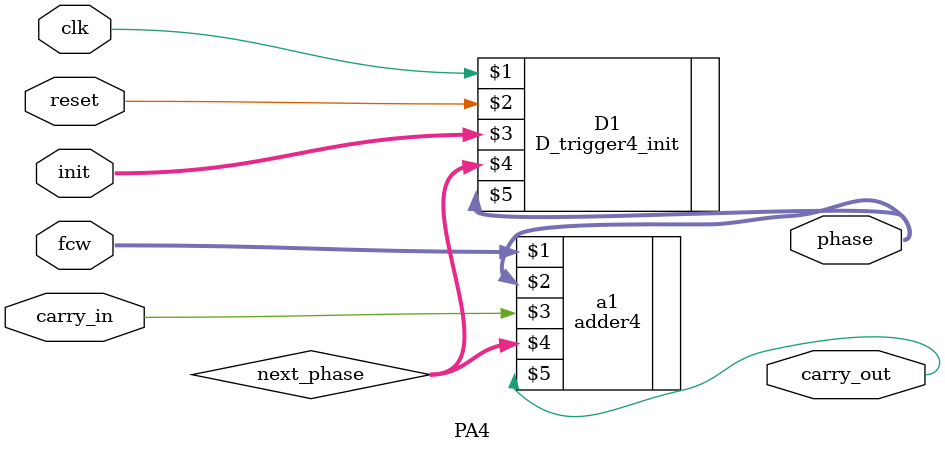
<source format=v>
module PA4(clk,reset,init,fcw,carry_in,phase,carry_out);
input clk,reset;
input [3:0] fcw;
input [3:0] init;
input carry_in;
output [3:0] phase;
output carry_out;
wire [3:0] next_phase;

D_trigger4_init D1(clk,reset,init,next_phase,phase);
adder4 a1(fcw,phase,carry_in,next_phase,carry_out);

endmodule

</source>
